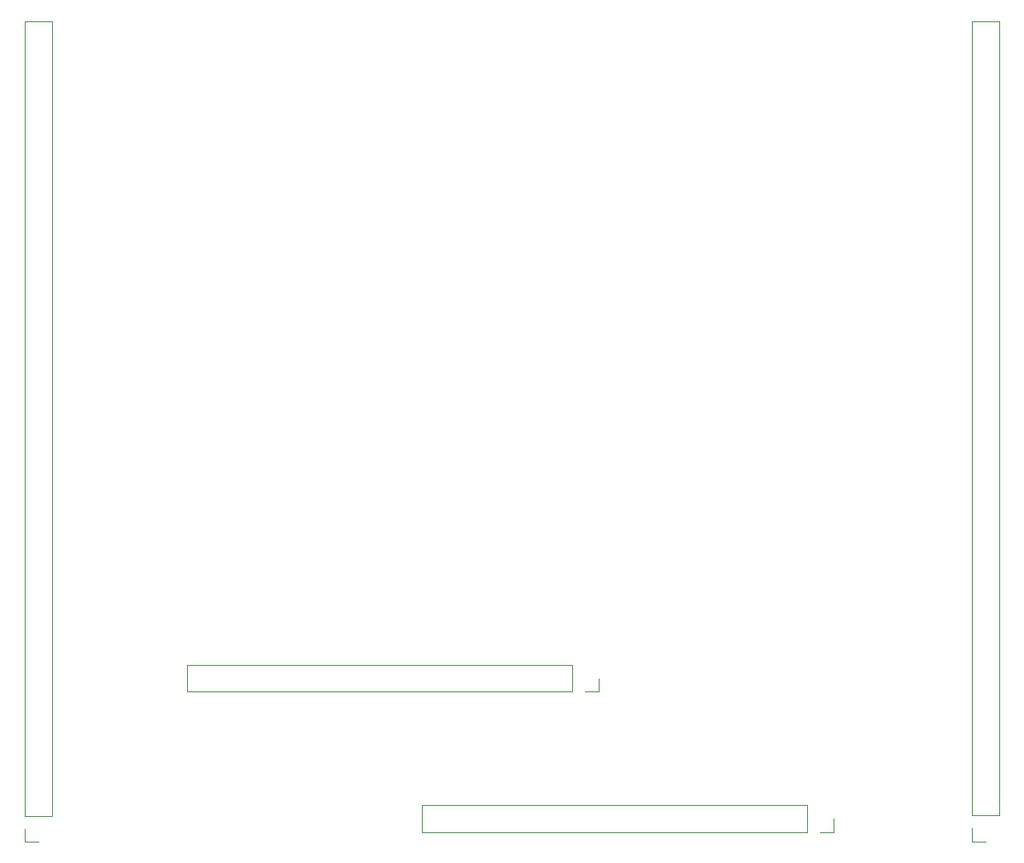
<source format=gbr>
%TF.GenerationSoftware,KiCad,Pcbnew,(6.0.1)*%
%TF.CreationDate,2023-10-20T02:01:24+01:00*%
%TF.ProjectId,Polygonus-Universal-Base,506f6c79-676f-46e7-9573-2d556e697665,rev?*%
%TF.SameCoordinates,Original*%
%TF.FileFunction,Legend,Bot*%
%TF.FilePolarity,Positive*%
%FSLAX46Y46*%
G04 Gerber Fmt 4.6, Leading zero omitted, Abs format (unit mm)*
G04 Created by KiCad (PCBNEW (6.0.1)) date 2023-10-20 02:01:24*
%MOMM*%
%LPD*%
G01*
G04 APERTURE LIST*
G04 Aperture macros list*
%AMRoundRect*
0 Rectangle with rounded corners*
0 $1 Rounding radius*
0 $2 $3 $4 $5 $6 $7 $8 $9 X,Y pos of 4 corners*
0 Add a 4 corners polygon primitive as box body*
4,1,4,$2,$3,$4,$5,$6,$7,$8,$9,$2,$3,0*
0 Add four circle primitives for the rounded corners*
1,1,$1+$1,$2,$3*
1,1,$1+$1,$4,$5*
1,1,$1+$1,$6,$7*
1,1,$1+$1,$8,$9*
0 Add four rect primitives between the rounded corners*
20,1,$1+$1,$2,$3,$4,$5,0*
20,1,$1+$1,$4,$5,$6,$7,0*
20,1,$1+$1,$6,$7,$8,$9,0*
20,1,$1+$1,$8,$9,$2,$3,0*%
G04 Aperture macros list end*
%ADD10C,0.120000*%
%ADD11R,1.700000X1.700000*%
%ADD12O,1.700000X1.700000*%
%ADD13C,1.600000*%
%ADD14R,1.600000X1.600000*%
%ADD15C,1.524000*%
%ADD16C,1.500000*%
%ADD17RoundRect,0.250001X-0.499999X-0.499999X0.499999X-0.499999X0.499999X0.499999X-0.499999X0.499999X0*%
%ADD18C,3.000000*%
%ADD19C,2.780000*%
%ADD20C,6.000000*%
G04 APERTURE END LIST*
D10*
%TO.C,J4*%
X180342763Y-133342059D02*
X181672763Y-133342059D01*
X86430080Y-130747154D02*
X86430080Y-51947154D01*
X89090080Y-130747154D02*
X89090080Y-51947154D01*
X163960080Y-132356287D02*
X125800080Y-132356287D01*
X143283794Y-118464404D02*
X143283794Y-117134404D01*
X125800080Y-132356287D02*
X125800080Y-129696287D01*
X183002763Y-130742059D02*
X183002763Y-51942059D01*
X140683794Y-115804404D02*
X102523794Y-115804404D01*
X180342763Y-130742059D02*
X183002763Y-130742059D01*
X140683794Y-118464404D02*
X102523794Y-118464404D01*
X86430080Y-130747154D02*
X89090080Y-130747154D01*
X86430080Y-132017154D02*
X86430080Y-133347154D01*
X166560080Y-132356287D02*
X166560080Y-131026287D01*
X141953794Y-118464404D02*
X143283794Y-118464404D01*
X180342763Y-132012059D02*
X180342763Y-133342059D01*
X140683794Y-118464404D02*
X140683794Y-115804404D01*
X163960080Y-132356287D02*
X163960080Y-129696287D01*
X102523794Y-118464404D02*
X102523794Y-115804404D01*
X180342763Y-51942059D02*
X183002763Y-51942059D01*
X86430080Y-133347154D02*
X87760080Y-133347154D01*
X165230080Y-132356287D02*
X166560080Y-132356287D01*
X180342763Y-130742059D02*
X180342763Y-51942059D01*
X86430080Y-51947154D02*
X89090080Y-51947154D01*
X163960080Y-129696287D02*
X125800080Y-129696287D01*
%TD*%
%LPC*%
D11*
%TO.C,J4*%
X181672763Y-132012059D03*
D12*
X181672763Y-129472059D03*
X181672763Y-126932059D03*
X181672763Y-124392059D03*
X181672763Y-121852059D03*
X181672763Y-119312059D03*
X181672763Y-116772059D03*
X181672763Y-114232059D03*
X181672763Y-111692059D03*
X181672763Y-109152059D03*
X181672763Y-106612059D03*
X181672763Y-104072059D03*
X181672763Y-101532059D03*
X181672763Y-98992059D03*
X181672763Y-96452059D03*
X181672763Y-93912059D03*
X181672763Y-91372059D03*
X181672763Y-88832059D03*
X181672763Y-86292059D03*
X181672763Y-83752059D03*
X181672763Y-81212059D03*
X181672763Y-78672059D03*
X181672763Y-76132059D03*
X181672763Y-73592059D03*
X181672763Y-71052059D03*
X181672763Y-68512059D03*
X181672763Y-65972059D03*
X181672763Y-63432059D03*
X181672763Y-60892059D03*
X181672763Y-58352059D03*
X181672763Y-55812059D03*
X181672763Y-53272059D03*
D11*
X87760080Y-132017154D03*
D12*
X87760080Y-129477154D03*
X87760080Y-126937154D03*
X87760080Y-124397154D03*
X87760080Y-121857154D03*
X87760080Y-119317154D03*
X87760080Y-116777154D03*
X87760080Y-114237154D03*
X87760080Y-111697154D03*
X87760080Y-109157154D03*
X87760080Y-106617154D03*
X87760080Y-104077154D03*
X87760080Y-101537154D03*
X87760080Y-98997154D03*
X87760080Y-96457154D03*
X87760080Y-93917154D03*
X87760080Y-91377154D03*
X87760080Y-88837154D03*
X87760080Y-86297154D03*
X87760080Y-83757154D03*
X87760080Y-81217154D03*
X87760080Y-78677154D03*
X87760080Y-76137154D03*
X87760080Y-73597154D03*
X87760080Y-71057154D03*
X87760080Y-68517154D03*
X87760080Y-65977154D03*
X87760080Y-63437154D03*
X87760080Y-60897154D03*
X87760080Y-58357154D03*
X87760080Y-55817154D03*
X87760080Y-53277154D03*
D11*
X165230080Y-131026287D03*
D12*
X162690080Y-131026287D03*
X160150080Y-131026287D03*
X157610080Y-131026287D03*
X155070080Y-131026287D03*
X152530080Y-131026287D03*
X149990080Y-131026287D03*
X147450080Y-131026287D03*
X144910080Y-131026287D03*
X142370080Y-131026287D03*
X139830080Y-131026287D03*
X137290080Y-131026287D03*
X134750080Y-131026287D03*
X132210080Y-131026287D03*
X129670080Y-131026287D03*
X127130080Y-131026287D03*
D11*
X141953794Y-117134404D03*
D12*
X139413794Y-117134404D03*
X136873794Y-117134404D03*
X134333794Y-117134404D03*
X131793794Y-117134404D03*
X129253794Y-117134404D03*
X126713794Y-117134404D03*
X124173794Y-117134404D03*
X121633794Y-117134404D03*
X119093794Y-117134404D03*
X116553794Y-117134404D03*
X114013794Y-117134404D03*
X111473794Y-117134404D03*
X108933794Y-117134404D03*
X106393794Y-117134404D03*
X103853794Y-117134404D03*
D13*
X164425871Y-101751522D03*
X161925871Y-101751522D03*
X159425871Y-101751522D03*
X156925871Y-101751522D03*
D14*
X154425871Y-101751522D03*
D11*
X117154579Y-56302538D03*
D12*
X114614579Y-56302538D03*
X112074579Y-56302538D03*
X109534579Y-56302538D03*
X106994579Y-56302538D03*
X104454579Y-56302538D03*
%TD*%
D15*
%TO.C,U14*%
X60295183Y-135040000D03*
X62835183Y-135040000D03*
X65375183Y-135040000D03*
X67915183Y-135040000D03*
X70455183Y-135040000D03*
X72995183Y-135040000D03*
X75535183Y-135040000D03*
X78075183Y-135040000D03*
X60295183Y-109640000D03*
X62835183Y-109640000D03*
X65375183Y-109640000D03*
X67915183Y-109640000D03*
X70455183Y-109640000D03*
X72995183Y-109640000D03*
X75535183Y-109640000D03*
X78075183Y-109640000D03*
%TD*%
D14*
%TO.C,C11*%
X101112052Y-65110107D03*
D13*
X104612052Y-65110107D03*
%TD*%
D16*
%TO.C,J5*%
X206646976Y-111866217D03*
X203646976Y-111866217D03*
X200646976Y-111866217D03*
X197646976Y-111866217D03*
X206646976Y-108866217D03*
X203646976Y-108866217D03*
X200646976Y-108866217D03*
D17*
X197646976Y-108866217D03*
D18*
X199806976Y-104546217D03*
X204506976Y-104546217D03*
%TD*%
D16*
%TO.C,J1*%
X71418375Y-106145066D03*
X68418375Y-106145066D03*
X65418375Y-106145066D03*
X62418375Y-106145066D03*
X71418375Y-103145066D03*
X68418375Y-103145066D03*
X65418375Y-103145066D03*
D17*
X62418375Y-103145066D03*
D18*
X69278375Y-98825066D03*
X64578375Y-98825066D03*
%TD*%
D19*
%TO.C,F1*%
X188964464Y-50542664D03*
X192364464Y-50542664D03*
X192364464Y-60462664D03*
X188964464Y-60462664D03*
%TD*%
D15*
%TO.C,Motronic_88pin1*%
X189777500Y-38892516D03*
X186527500Y-38892516D03*
X183277500Y-38892516D03*
X180027500Y-38892516D03*
X176777500Y-38892516D03*
X173527500Y-38892516D03*
X170277500Y-38892516D03*
X167027500Y-38892516D03*
X163777500Y-38892516D03*
X160527500Y-38892516D03*
X157277500Y-38892516D03*
X154027500Y-38892516D03*
X150777500Y-38892516D03*
X147527500Y-38892516D03*
X144277500Y-38892516D03*
X141027500Y-38892516D03*
X137777500Y-38892516D03*
X134527500Y-38892516D03*
X131277500Y-38892516D03*
X128027500Y-38892516D03*
X124777500Y-38892516D03*
X121527500Y-38892516D03*
X118277500Y-38892516D03*
X115027500Y-38892516D03*
X111777500Y-38892516D03*
X108527500Y-38892516D03*
X105277500Y-38892516D03*
X102027500Y-38892516D03*
X98777500Y-38892516D03*
X95527500Y-38892516D03*
X92277500Y-38892516D03*
X89027500Y-38892516D03*
X85777500Y-38892516D03*
X191277500Y-32642516D03*
X186277500Y-32642516D03*
X181277500Y-32642516D03*
X176277500Y-32642516D03*
X171277500Y-32642516D03*
X166277500Y-32642516D03*
X161277500Y-32642516D03*
X157277500Y-31892516D03*
X154027500Y-31892516D03*
X150777500Y-31892516D03*
X147527500Y-31892516D03*
X144277500Y-31892516D03*
X141027500Y-31892516D03*
X137777500Y-31892516D03*
X134527500Y-31892516D03*
X131277500Y-31892516D03*
X128027500Y-31892516D03*
X124777500Y-31892516D03*
X121527500Y-31892516D03*
X118277500Y-31892516D03*
X115027500Y-31892516D03*
X111027500Y-32642516D03*
X106027500Y-32642516D03*
X101027500Y-32642516D03*
X96027500Y-32642516D03*
X91027500Y-32642516D03*
X86027500Y-32642516D03*
X193777500Y-32642516D03*
X188777500Y-32642516D03*
X183777500Y-32642516D03*
X178777500Y-32642516D03*
X173777500Y-32642516D03*
X168777500Y-32642516D03*
X163777500Y-32642516D03*
X158777500Y-33392516D03*
X155527500Y-33392516D03*
X152277500Y-33392516D03*
X149027500Y-33392516D03*
X145777500Y-33392516D03*
X142527500Y-33392516D03*
X139277500Y-33392516D03*
X136027500Y-33392516D03*
X132777500Y-33392516D03*
X129527500Y-33392516D03*
X126277500Y-33392516D03*
X123027500Y-33392516D03*
X119777500Y-33392516D03*
X116527500Y-33392516D03*
X113277500Y-33392516D03*
X108527500Y-32642516D03*
X103527500Y-32642516D03*
X98527500Y-32642516D03*
X93527500Y-32642516D03*
X88527500Y-32642516D03*
X83527500Y-32642516D03*
D20*
X209727500Y-30642516D03*
X64017500Y-30392516D03*
%TD*%
D15*
%TO.C,U1*%
X190267127Y-141724405D03*
X192807127Y-141724405D03*
X195347127Y-141724405D03*
X197887127Y-141724405D03*
X200427127Y-141724405D03*
X202967127Y-141724405D03*
X205507127Y-141724405D03*
X208047127Y-141724405D03*
X190267127Y-116324405D03*
X192807127Y-116324405D03*
X195347127Y-116324405D03*
X197887127Y-116324405D03*
X200427127Y-116324405D03*
X202967127Y-116324405D03*
X205507127Y-116324405D03*
X208047127Y-116324405D03*
%TD*%
M02*

</source>
